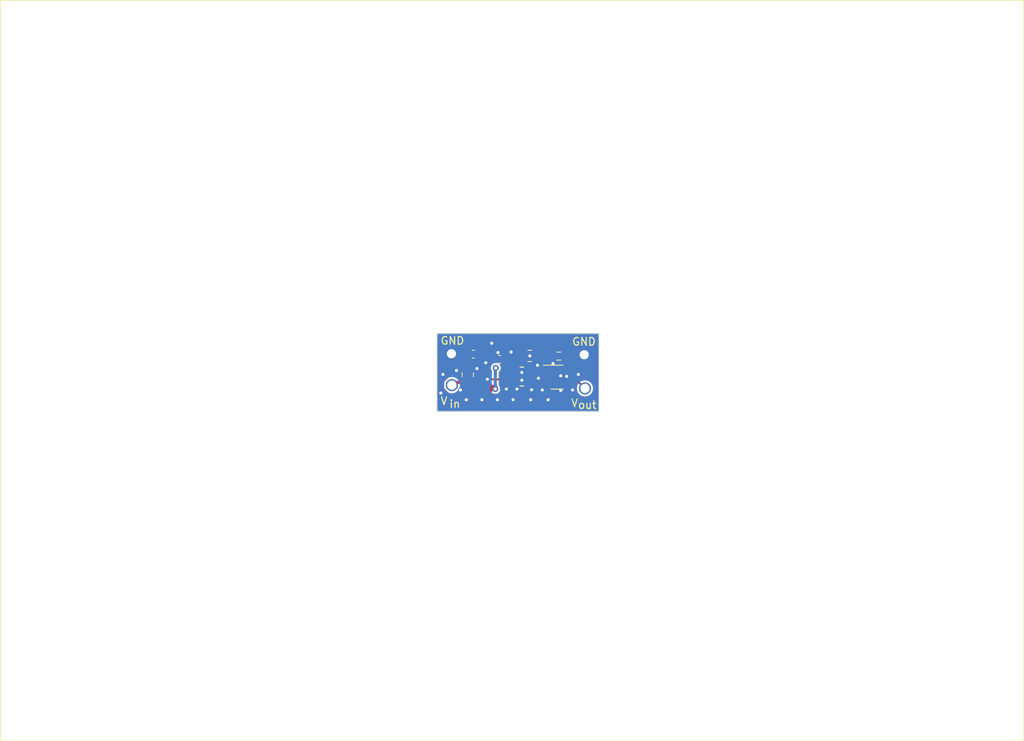
<source format=kicad_pcb>
(kicad_pcb (version 20221018) (generator pcbnew)
  (layers (0 "F.Cu" signal) (31 "B.Cu" signal) (34 "B.Paste" user) (35 "F.Paste" user) (36 "B.SilkS" user "B.Silkscreen") (37 "F.SilkS" user "F.Silkscreen") (38 "B.Mask" user) (39 "F.Mask" user) (44 "Edge.Cuts" user))
  (net 0 "")
  (net 1 "Net-(U16-VCC)")
  (net 2 "GND2")
  (net 3 "Net-(U16-BOOT)")
  (net 4 "Net-(U16-SW)")
  (net 5 "Net-(U17-+)")
  (net 6 "Net-(D27-Conn)")
  (net 7 "Net-(D29-Conn)")
  (net 9 "Net-(U16-FB)")
  (footprint "Capacitor_SMD:C_0805_2012Metric_Pad1.18x1.45mm_HandSolder" (layer "F.Cu") (at 132.4825 99.695 180)
    (fp_text reference "C28" hide)
    (fp_text value "C" hide)
    (fp_line (start -0.261252 -0.735) (end 0.261252 -0.735) (stroke (width 0.12)) (layer "F.SilkS"))
    (fp_line (start -0.261252 0.735) (end 0.261252 0.735) (stroke (width 0.12)) (layer "F.SilkS"))
    (pad "1" smd roundrect (at -1.0375 0 180) (size 1.175 1.45) (layers "F.Cu" "F.Paste" "F.Mask") (roundrect_rratio 0.2127659574) (net 5 "Net-(U17-+)"))
    (pad "2" smd roundrect (at 1.0375 0 180) (size 1.175 1.45) (layers "F.Cu" "F.Paste" "F.Mask") (roundrect_rratio 0.2127659574) (net 2 "GND2"))
  )
  (footprint "Package_TO_SOT_SMD:SOT-23-5" (layer "F.Cu") (at 136.033 102.4636)
    (fp_text reference "U17" hide)
    (fp_text value "INA193" hide)
    (fp_line (start 0 -1.56) (end -1.8 -1.56) (stroke (width 0.12)) (layer "F.SilkS"))
    (fp_line (start 0 -1.56) (end 0.8 -1.56) (stroke (width 0.12)) (layer "F.SilkS"))
    (fp_line (start 0 1.56) (end -0.8 1.56) (stroke (width 0.12)) (layer "F.SilkS"))
    (fp_line (start 0 1.56) (end 0.8 1.56) (stroke (width 0.12)) (layer "F.SilkS"))
    (pad "1" smd roundrect (at -1.1375 -0.95) (size 1.325 0.6) (layers "F.Cu" "F.Paste" "F.Mask") (net 9 "Net-(U16-FB)"))
    (pad "2" smd roundrect (at -1.1375 0) (size 1.325 0.6) (layers "F.Cu" "F.Paste" "F.Mask") (net 2 "GND2"))
    (pad "3" smd roundrect (at -1.1375 0.95) (size 1.325 0.6) (layers "F.Cu" "F.Paste" "F.Mask") (net 5 "Net-(U17-+)"))
    (pad "4" smd roundrect (at 1.1375 0.95) (size 1.325 0.6) (layers "F.Cu" "F.Paste" "F.Mask") (net 7 "Net-(D29-Conn)"))
    (pad "5" smd roundrect (at 1.1375 -0.95) (size 1.325 0.6) (layers "F.Cu" "F.Paste" "F.Mask") (net 1 "Net-(U16-VCC)"))
  )
  (footprint "Resistor_SMD:R_0603_1608Metric_Pad0.98x0.95mm_HandSolder" (layer "F.Cu") (at 136.2671 99.7204)
    (fp_text reference "R26" hide)
    (fp_text value "R" hide)
    (fp_line (start -0.254724 -0.5225) (end 0.254724 -0.5225) (stroke (width 0.12)) (layer "F.SilkS"))
    (fp_line (start -0.254724 0.5225) (end 0.254724 0.5225) (stroke (width 0.12)) (layer "F.SilkS"))
    (pad "1" smd roundrect (at -0.9125 0) (size 0.975 0.95) (layers "F.Cu" "F.Paste" "F.Mask") (net 5 "Net-(U17-+)"))
    (pad "2" smd roundrect (at 0.9125 0) (size 0.975 0.95) (layers "F.Cu" "F.Paste" "F.Mask") (net 7 "Net-(D29-Conn)"))
  )
  (footprint "Wire_holes:WireHole_1p2" (layer "F.Cu") (at 122.3225 103.505)
    (fp_text reference "D27" hide)
    (fp_text value "WireHole_1p5" hide)
    (pad "1" thru_hole circle (at 0 0) (size 1.6 1.6) (drill 1.2) (layers "*.Cu" "*.Mask") (net 6 "Net-(D27-Conn)"))
  )
  (footprint "Wire_holes:WireHole_1p2" (layer "F.Cu") (at 122.2717 99.4156)
    (fp_text reference "D30" hide)
    (fp_text value "WireHole_1p5" hide)
    (pad "1" thru_hole circle (at 0 0) (size 1.6 1.6) (drill 1.2) (layers "*.Cu" "*.Mask") (net 2 "GND2"))
  )
  (footprint "Capacitor_SMD:C_0805_2012Metric_Pad1.18x1.45mm_HandSolder" (layer "F.Cu") (at 124.4053 102.1588 90)
    (fp_text reference "C29" hide)
    (fp_text value "C" hide)
    (fp_line (start -0.261252 -0.735) (end 0.261252 -0.735) (stroke (width 0.12)) (layer "F.SilkS"))
    (fp_line (start -0.261252 0.735) (end 0.261252 0.735) (stroke (width 0.12)) (layer "F.SilkS"))
    (pad "1" smd roundrect (at -1.0375 0 90) (size 1.175 1.45) (layers "F.Cu" "F.Paste" "F.Mask") (roundrect_rratio 0.2127659574) (net 6 "Net-(D27-Conn)"))
    (pad "2" smd roundrect (at 1.0375 0 90) (size 1.175 1.45) (layers "F.Cu" "F.Paste" "F.Mask") (roundrect_rratio 0.2127659574) (net 2 "GND2"))
  )
  (footprint "Wire_holes:WireHole_1p2" (layer "F.Cu") (at 139.6707 103.9368)
    (fp_text reference "D29" hide)
    (fp_text value "WireHole_1p5" hide)
    (pad "1" thru_hole circle (at 0 0) (size 1.6 1.6) (drill 1.2) (layers "*.Cu" "*.Mask") (net 7 "Net-(D29-Conn)"))
  )
  (footprint "Capacitor_SMD:C_0603_1608Metric_Pad1.08x0.95mm_HandSolder" (layer "F.Cu") (at 128.5455 100.1522)
    (fp_text reference "C27" hide)
    (fp_text value locked "C" hide)
    (fp_line (start -0.146267 -0.51) (end 0.146267 -0.51) (stroke (width 0.12)) (layer "F.SilkS"))
    (fp_line (start -0.146267 0.51) (end 0.146267 0.51) (stroke (width 0.12)) (layer "F.SilkS"))
    (pad "1" smd roundrect (at -0.8625 0) (size 1.075 0.95) (layers "F.Cu" "F.Paste" "F.Mask") (net 3 "Net-(U16-BOOT)"))
    (pad "2" smd roundrect (at 0.8625 0) (size 1.075 0.95) (layers "F.Cu" "F.Paste" "F.Mask") (net 4 "Net-(U16-SW)"))
  )
  (footprint "ul_LQM2HPN4R7MG0L:IND_LQM2HPN4R7MG0L_MUR" (layer "F.Cu") (at 131.4411 102.3874 180)
    (fp_text reference "L3" hide)
    (fp_text value "LQM2HPN4R7MG0L" hide)
    (fp_line (start -0.22585 1.2319) (end 0.22585 1.2319) (stroke (width 0.1524)) (layer "F.SilkS"))
    (fp_line (start 0.22585 -1.2319) (end -0.22585 -1.2319) (stroke (width 0.1524)) (layer "F.SilkS"))
    (pad "1" smd rect (at -1.1176 0 180) (size 1.1684 2.2098) (layers "F.Cu" "F.Paste" "F.Mask") (net 5 "Net-(U17-+)"))
    (pad "2" smd rect (at 1.1176 0 180) (size 1.1684 2.2098) (layers "F.Cu" "F.Paste" "F.Mask") (net 4 "Net-(U16-SW)"))
    (zone (net 0) (net_name "") (layer "F.Cu") (connect_pads (clearance 0)) (min_thickness 0.254)
      (keepout (tracks not_allowed) (vias not_allowed) (pads allowed) (copperpour not_allowed) (footprints allowed))
      (fill (thermal_gap 0.508) (thermal_bridge_width 0.508))
      (polygon (pts (xy 131.9237 103.4415) (xy 130.9585 103.4415) (xy 130.9585 101.3333) (xy 131.9237 101.3333)))
    )
  )
  (footprint "Capacitor_SMD:C_0603_1608Metric_Pad1.08x0.95mm_HandSolder" (layer "F.Cu") (at 125.1419 99.4664 180)
    (fp_text reference "C26" hide)
    (fp_text value "C" hide)
    (fp_line (start -0.146267 -0.51) (end 0.146267 -0.51) (stroke (width 0.12)) (layer "F.SilkS"))
    (fp_line (start -0.146267 0.51) (end 0.146267 0.51) (stroke (width 0.12)) (layer "F.SilkS"))
    (pad "1" smd roundrect (at -0.8625 0 180) (size 1.075 0.95) (layers "F.Cu" "F.Paste" "F.Mask") (net 1 "Net-(U16-VCC)"))
    (pad "2" smd roundrect (at 0.8625 0 180) (size 1.075 0.95) (layers "F.Cu" "F.Paste" "F.Mask") (net 2 "GND2"))
  )
  (footprint "Wire_holes:WireHole_1p2" (layer "F.Cu") (at 139.5691 99.5426)
    (fp_text reference "D28" hide)
    (fp_text value "WireHole_1p5" hide)
    (pad "1" thru_hole circle (at 0 0) (size 1.6 1.6) (drill 1.2) (layers "*.Cu" "*.Mask") (net 2 "GND2"))
  )
  (footprint "ul_LMR33620BQRNXTQ1:RNX0012B" (layer "F.Cu") (at 127.5803 102.757399 -90)
    (fp_text reference "U16" hide)
    (fp_text value "LMR33620BQRNXTQ1" hide)
    (pad "1" smd rect (at -0.900001 -1.124999 270) (size 0.599999 0.249999) (layers "F.Cu" "F.Paste" "F.Mask") (net 2 "GND2"))
    (pad "2" smd rect (at -0.900001 -0.475 270) (size 0.599999 0.249999) (layers "F.Cu" "F.Paste" "F.Mask") (net 6 "Net-(D27-Conn)"))
    (pad "3" smd rect (at -0.900001 0.175001 270) (size 0.599999 0.249999) (layers "F.Cu" "F.Paste" "F.Mask"))
    (pad "4" smd rect (at -0.900001 0.675 270) (size 0.599999 0.249999) (layers "F.Cu" "F.Paste" "F.Mask") (net 3 "Net-(U16-BOOT)"))
    (pad "5" smd rect (at -0.499999 1.4) (size 0.599999 0.249999) (layers "F.Cu" "F.Paste" "F.Mask") (net 1 "Net-(U16-VCC)"))
    (pad "6" smd rect (at 0 1.4) (size 0.599999 0.249999) (layers "F.Cu" "F.Paste" "F.Mask") (net 2 "GND2"))
    (pad "7" smd rect (at 0.499999 1.4) (size 0.599999 0.249999) (layers "F.Cu" "F.Paste" "F.Mask") (net 9 "Net-(U16-FB)"))
    (pad "8" smd rect (at 0.900001 0.675 270) (size 0.599999 0.249999) (layers "F.Cu" "F.Paste" "F.Mask"))
    (pad "9" smd rect (at 0.900001 0.175001 270) (size 0.599999 0.249999) (layers "F.Cu" "F.Paste" "F.Mask") (net 6 "Net-(D27-Conn)"))
    (pad "10" smd rect (at 0.900001 -0.475 270) (size 0.599999 0.249999) (layers "F.Cu" "F.Paste" "F.Mask") (net 6 "Net-(D27-Conn)"))
    (pad "11" smd rect (at 0.900001 -1.124999 270) (size 0.599999 0.249999) (layers "F.Cu" "F.Paste" "F.Mask") (net 2 "GND2"))
    (pad "12" smd rect (at 0 -0.787999) (size 1.825 0.249999) (layers "F.Cu" "F.Mask") (net 4 "Net-(U16-SW)"))
  )
  (gr_line (start 63.5 53.34) (end 196.85 53.34) (stroke (width 0.1)) (layer "F.SilkS"))
  (gr_line (start 196.85 149.86) (end 63.5 149.86) (stroke (width 0.1)) (layer "F.SilkS"))
  (gr_line (start 196.85 53.34) (end 196.85 149.86) (stroke (width 0.1)) (layer "F.SilkS"))
  (gr_line (start 63.5 149.86) (end 63.5 53.34) (stroke (width 0.1)) (layer "F.SilkS"))
  (gr_line (start 120.396 96.774) (end 120.396 106.934) (stroke (width 0.1)) (layer "Edge.Cuts"))
  (gr_line (start 141.478 106.934) (end 141.478 96.774) (stroke (width 0.1)) (layer "Edge.Cuts"))
  (gr_line (start 120.396 106.934) (end 141.478 106.934) (stroke (width 0.1)) (layer "Edge.Cuts"))
  (gr_line (start 141.478 96.774) (end 120.396 96.774) (stroke (width 0.1)) (layer "Edge.Cuts"))
  (gr_text "V" (at 137.795 106.426) (layer "F.SilkS") (effects (font (size 1 1)) (justify left bottom)))
  (gr_text "out" (at 138.684 106.68) (layer "F.SilkS") (effects (font (size 1 1)) (justify left bottom)))
  (gr_text "V" (at 120.777 106.172) (layer "F.SilkS") (effects (font (size 1 1)) (justify left bottom)))
  (gr_text "GND" (at 120.777 98.298) (layer "F.SilkS") (effects (font (size 1 1)) (justify left bottom)))
  (gr_text "in" (at 121.92 106.553) (layer "F.SilkS") (effects (font (size 1 1)) (justify left bottom)))
  (gr_text "GND" (at 137.922 98.425) (layer "F.SilkS") (effects (font (size 1 1)) (justify left bottom)))
  (segment (start 136.1773 100.5204) (end 136.1773 99.260105) (width 0.25) (layer "F.Cu") (net 1))
  (segment (start 137.1705 101.5136) (end 136.1773 100.5204) (width 0.25) (layer "F.Cu") (net 1))
  (segment (start 136.1773 99.260105) (end 135.562195 98.645) (width 0.25) (layer "F.Cu") (net 1))
  (segment (start 135.562195 98.645) (end 127.0798 98.645) (width 0.25) (layer "F.Cu") (net 1))
  (segment (start 126.1803 99.5445) (end 126.2584 99.4664) (width 0.25) (layer "F.Cu") (net 1))
  (segment (start 126.1803 102.2574) (end 126.1803 99.5445) (width 0.25) (layer "F.Cu") (net 1))
  (segment (start 127.0798 98.645) (end 126.2584 99.4664) (width 0.25) (layer "F.Cu") (net 1))
  (segment (start 124.2286 99.4156) (end 124.2794 99.4664) (width 0.25) (layer "F.Cu") (net 2))
  (segment (start 124.4053 99.5923) (end 124.2794 99.4664) (width 0.25) (layer "F.Cu") (net 2))
  (segment (start 124.4053 101.1213) (end 124.4053 99.5923) (width 0.25) (layer "F.Cu") (net 2))
  (segment (start 122.2717 99.4156) (end 124.2286 99.4156) (width 0.25) (layer "F.Cu") (net 2))
  (via (at 129.434332 104.007899) (size 0.8) (drill 0.4) (layers "F.Cu" "B.Cu") (net 2))
  (via (at 132.715 104.107899) (size 0.6) (drill 0.4) (layers "F.Cu" "B.Cu") (net 2))
  (via (at 133.485421 100.9195) (size 0.6) (drill 0.4) (layers "F.Cu" "B.Cu") (net 2))
  (via (at 138.811 102.108) (size 0.6) (drill 0.4) (layers "F.Cu" "B.Cu") (net 2))
  (via (at 127.508 98.044) (size 0.6) (drill 0.4) (layers "F.Cu" "B.Cu") (net 2))
  (via (at 131.445 102.87) (size 0.6) (drill 0.4) (layers "F.Cu" "B.Cu") (net 2))
  (via (at 126.746 100.584) (size 0.6) (drill 0.4) (layers "F.Cu" "B.Cu") (net 2))
  (via (at 122.936 101.6) (size 0.6) (drill 0.4) (layers "F.Cu" "B.Cu") (net 2))
  (via (at 126.238 105.41) (size 0.6) (drill 0.4) (layers "F.Cu" "B.Cu") (net 2))
  (via (at 123.444 104.14) (size 0.6) (drill 0.4) (layers "F.Cu" "B.Cu") (net 2))
  (via (at 130.302 105.41) (size 0.6) (drill 0.4) (layers "F.Cu" "B.Cu") (net 2))
  (via (at 125.603 101.346) (size 0.6) (drill 0.4) (layers "F.Cu" "B.Cu") (net 2))
  (via (at 128.338413 99.26906) (size 0.6) (drill 0.4) (layers "F.Cu" "B.Cu") (net 2))
  (via (at 135.509 100.6949) (size 0.6) (drill 0.4) (layers "F.Cu" "B.Cu") (net 2))
  (via (at 138.049 104.14) (size 0.6) (drill 0.4) (layers "F.Cu" "B.Cu") (net 2))
  (via (at 126.956297 102.743) (size 0.6) (drill 0.4) (layers "F.Cu" "B.Cu") (net 2))
  (via (at 121.158 102.108) (size 0.6) (drill 0.4) (layers "F.Cu" "B.Cu") (net 2))
  (via (at 131.445 101.854) (size 0.6) (drill 0.4) (layers "F.Cu" "B.Cu") (net 2))
  (via (at 134.112 104.14) (size 0.6) (drill 0.4) (layers "F.Cu" "B.Cu") (net 2))
  (via (at 128.27 105.41) (size 0.6) (drill 0.4) (layers "F.Cu" "B.Cu") (net 2))
  (via (at 132.588 105.41) (size 0.6) (drill 0.4) (layers "F.Cu" "B.Cu") (net 2))
  (via (at 130.81 104.013) (size 0.6) (drill 0.4) (layers "F.Cu" "B.Cu") (net 2))
  (via (at 136.51197 104.196471) (size 0.6) (drill 0.4) (layers "F.Cu" "B.Cu") (net 2))
  (via (at 124.206 105.41) (size 0.6) (drill 0.4) (layers "F.Cu" "B.Cu") (net 2))
  (via (at 120.884388 104.541057) (size 0.6) (drill 0.4) (layers "F.Cu" "B.Cu") (net 2))
  (via (at 134.874 105.41) (size 0.6) (drill 0.4) (layers "F.Cu" "B.Cu") (net 2))
  (via (at 136.510757 102.29619) (size 0.6) (drill 0.4) (layers "F.Cu" "B.Cu") (net 2))
  (via (at 137.287 102.362) (size 0.6) (drill 0.4) (layers "F.Cu" "B.Cu") (net 2))
  (via (at 132.4825 99.695) (size 0.6) (drill 0.4) (layers "F.Cu" "B.Cu") (net 2))
  (via (at 130.048 99.187) (size 0.6) (drill 0.4) (layers "F.Cu" "B.Cu") (net 2))
  (via (at 133.604 102.616) (size 0.6) (drill 0.4) (layers "F.Cu" "B.Cu") (net 2))
  (segment (start 126.9053 101.857398) (end 126.9053 101.2358) (width 0.25) (layer "F.Cu") (net 3))
  (segment (start 126.9053 101.2358) (end 127.9889 100.1522) (width 0.25) (layer "F.Cu") (net 3))
  (segment (start 128.368299 102.757399) (end 129.953501 102.757399) (width 0.25) (layer "F.Cu") (net 4))
  (segment (start 129.408 100.1522) (end 130.3235 101.0677) (width 0.25) (layer "F.Cu") (net 4))
  (segment (start 129.662 99.9998) (end 129.5604 99.9998) (width 0.25) (layer "F.Cu") (net 4))
  (segment (start 130.3235 101.0677) (end 130.3235 102.3874) (width 0.25) (layer "F.Cu") (net 4))
  (segment (start 129.5604 99.9998) (end 129.408 100.1522) (width 0.25) (layer "F.Cu") (net 4))
  (segment (start 129.953501 102.757399) (end 130.3235 102.3874) (width 0.25) (layer "F.Cu") (net 4))
  (segment (start 135.3292 99.695) (end 135.3546 99.7204) (width 0.25) (layer "F.Cu") (net 5))
  (segment (start 132.5587 102.3874) (end 132.5587 100.6563) (width 0.25) (layer "F.Cu") (net 5))
  (segment (start 132.5587 100.6563) (end 133.52 99.695) (width 0.25) (layer "F.Cu") (net 5))
  (segment (start 133.52 99.695) (end 135.3292 99.695) (width 0.25) (layer "F.Cu") (net 5))
  (segment (start 134.8955 103.4136) (end 133.5849 103.4136) (width 0.25) (layer "F.Cu") (net 5))
  (segment (start 133.5849 103.4136) (end 132.5587 102.3874) (width 0.25) (layer "F.Cu") (net 5))
  (segment (start 125.800099 104.282399) (end 124.7101 103.1924) (width 0.4) (layer "F.Cu") (net 6))
  (segment (start 124.3584 103.1494) (end 124.4053 103.1963) (width 0.25) (layer "F.Cu") (net 6))
  (segment (start 127.355299 104.282399) (end 125.800099 104.282399) (width 0.4) (layer "F.Cu") (net 6))
  (segment (start 122.6781 103.1494) (end 124.3584 103.1494) (width 0.4) (layer "F.Cu") (net 6))
  (segment (start 122.3225 103.505) (end 122.6781 103.1494) (width 0.25) (layer "F.Cu") (net 6))
  (segment (start 127.405299 104.232399) (end 127.355299 104.282399) (width 0.4) (layer "F.Cu") (net 6))
  (segment (start 127.405299 103.6574) (end 127.405299 104.232399) (width 0.4) (layer "F.Cu") (net 6))
  (segment (start 128.0553 103.6574) (end 127.405299 103.6574) (width 0.4) (layer "F.Cu") (net 6))
  (via (at 128.055502 101.268326) (size 0.8) (drill 0.4) (layers "F.Cu" "B.Cu") (net 6))
  (via (at 127.982943 104.008067) (size 0.8) (drill 0.4) (layers "F.Cu" "B.Cu") (net 6))
  (segment (start 127.982943 101.340885) (end 128.055502 101.268326) (width 0.25) (layer "B.Cu") (net 6))
  (segment (start 127.982943 104.008067) (end 127.982943 101.340885) (width 0.4) (layer "B.Cu") (net 6))
  (segment (start 138.158 100.6988) (end 138.158 102.4261) (width 0.25) (layer "F.Cu") (net 7))
  (segment (start 138.158 102.4261) (end 137.1705 103.4136) (width 0.25) (layer "F.Cu") (net 7))
  (segment (start 138.16 102.4261) (end 138.158 102.4261) (width 0.25) (layer "F.Cu") (net 7))
  (segment (start 137.1796 99.7204) (end 138.158 100.6988) (width 0.25) (layer "F.Cu") (net 7))
  (segment (start 139.6707 103.9368) (end 138.16 102.4261) (width 0.25) (layer "F.Cu") (net 7))
  (segment (start 121.958908 104.732399) (end 121.1975 103.970991) (width 0.25) (layer "F.Cu") (net 9))
  (segment (start 135.883 102.116849) (end 135.883 103.760351) (width 0.25) (layer "F.Cu") (net 9))
  (segment (start 121.952709 102.2838) (end 125.118473 102.2838) (width 0.25) (layer "F.Cu") (net 9))
  (segment (start 125.4553 103.020211) (end 125.692487 103.257398) (width 0.25) (layer "F.Cu") (net 9))
  (segment (start 134.8955 101.5136) (end 135.279751 101.5136) (width 0.25) (layer "F.Cu") (net 9))
  (segment (start 121.1975 103.970991) (end 121.1975 103.039009) (width 0.25) (layer "F.Cu") (net 9))
  (segment (start 135.883 103.760351) (end 134.910952 104.732399) (width 0.25) (layer "F.Cu") (net 9))
  (segment (start 125.118473 102.2838) (end 125.4553 102.620627) (width 0.25) (layer "F.Cu") (net 9))
  (segment (start 125.4553 102.620627) (end 125.4553 103.020211) (width 0.25) (layer "F.Cu") (net 9))
  (segment (start 134.910952 104.732399) (end 121.958908 104.732399) (width 0.25) (layer "F.Cu") (net 9))
  (segment (start 121.1975 103.039009) (end 121.952709 102.2838) (width 0.25) (layer "F.Cu") (net 9))
  (segment (start 135.279751 101.5136) (end 135.883 102.116849) (width 0.25) (layer "F.Cu") (net 9))
  (segment (start 125.692487 103.257398) (end 126.1803 103.257398) (width 0.25) (layer "F.Cu") (net 9))
  (zone (net 2) (net_name "GND2") (layers "F&B.Cu") (connect_pads yes (clearance 0.25)) (min_thickness 0.25) (fill yes (thermal_gap 0.5) (thermal_bridge_width 0.5))
    (polygon (pts (xy 141.478 96.774) (xy 120.396 96.774) (xy 120.396 106.934) (xy 141.478 106.934)))
  )
)
</source>
